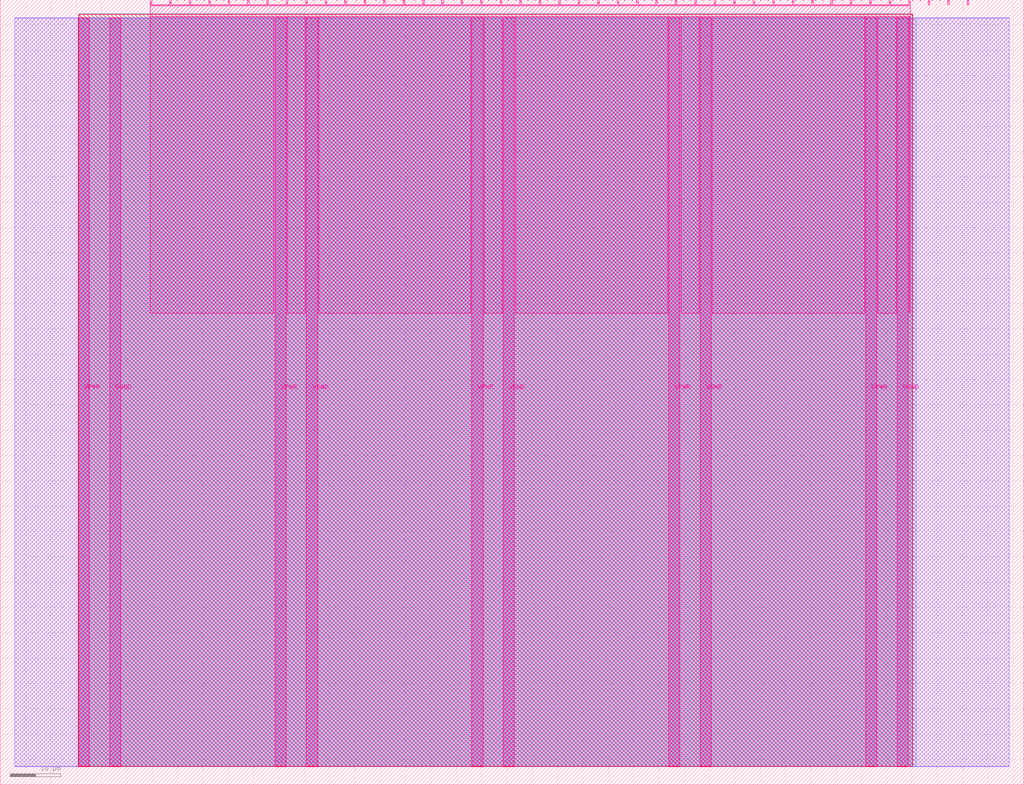
<source format=lef>
VERSION 5.7 ;
  NOWIREEXTENSIONATPIN ON ;
  DIVIDERCHAR "/" ;
  BUSBITCHARS "[]" ;
MACRO tt_um_4x4_array_multiplier_NuKoP
  CLASS BLOCK ;
  FOREIGN tt_um_4x4_array_multiplier_NuKoP ;
  ORIGIN 0.000 0.000 ;
  SIZE 202.080 BY 154.980 ;
  PIN VGND
    DIRECTION INOUT ;
    USE GROUND ;
    PORT
      LAYER Metal5 ;
        RECT 21.580 3.560 23.780 151.420 ;
    END
    PORT
      LAYER Metal5 ;
        RECT 60.450 3.560 62.650 151.420 ;
    END
    PORT
      LAYER Metal5 ;
        RECT 99.320 3.560 101.520 151.420 ;
    END
    PORT
      LAYER Metal5 ;
        RECT 138.190 3.560 140.390 151.420 ;
    END
    PORT
      LAYER Metal5 ;
        RECT 177.060 3.560 179.260 151.420 ;
    END
  END VGND
  PIN VPWR
    DIRECTION INOUT ;
    USE POWER ;
    PORT
      LAYER Metal5 ;
        RECT 15.380 3.560 17.580 151.420 ;
    END
    PORT
      LAYER Metal5 ;
        RECT 54.250 3.560 56.450 151.420 ;
    END
    PORT
      LAYER Metal5 ;
        RECT 93.120 3.560 95.320 151.420 ;
    END
    PORT
      LAYER Metal5 ;
        RECT 131.990 3.560 134.190 151.420 ;
    END
    PORT
      LAYER Metal5 ;
        RECT 170.860 3.560 173.060 151.420 ;
    END
  END VPWR
  PIN clk
    DIRECTION INPUT ;
    USE SIGNAL ;
    PORT
      LAYER Metal5 ;
        RECT 187.050 153.980 187.350 154.980 ;
    END
  END clk
  PIN ena
    DIRECTION INPUT ;
    USE SIGNAL ;
    PORT
      LAYER Metal5 ;
        RECT 190.890 153.980 191.190 154.980 ;
    END
  END ena
  PIN rst_n
    DIRECTION INPUT ;
    USE SIGNAL ;
    PORT
      LAYER Metal5 ;
        RECT 183.210 153.980 183.510 154.980 ;
    END
  END rst_n
  PIN ui_in[0]
    DIRECTION INPUT ;
    USE SIGNAL ;
    ANTENNAGATEAREA 0.213200 ;
    PORT
      LAYER Metal5 ;
        RECT 179.370 153.980 179.670 154.980 ;
    END
  END ui_in[0]
  PIN ui_in[1]
    DIRECTION INPUT ;
    USE SIGNAL ;
    ANTENNAGATEAREA 0.314600 ;
    PORT
      LAYER Metal5 ;
        RECT 175.530 153.980 175.830 154.980 ;
    END
  END ui_in[1]
  PIN ui_in[2]
    DIRECTION INPUT ;
    USE SIGNAL ;
    ANTENNAGATEAREA 0.314600 ;
    PORT
      LAYER Metal5 ;
        RECT 171.690 153.980 171.990 154.980 ;
    END
  END ui_in[2]
  PIN ui_in[3]
    DIRECTION INPUT ;
    USE SIGNAL ;
    ANTENNAGATEAREA 0.213200 ;
    PORT
      LAYER Metal5 ;
        RECT 167.850 153.980 168.150 154.980 ;
    END
  END ui_in[3]
  PIN ui_in[4]
    DIRECTION INPUT ;
    USE SIGNAL ;
    ANTENNAGATEAREA 0.213200 ;
    PORT
      LAYER Metal5 ;
        RECT 164.010 153.980 164.310 154.980 ;
    END
  END ui_in[4]
  PIN ui_in[5]
    DIRECTION INPUT ;
    USE SIGNAL ;
    ANTENNAGATEAREA 0.213200 ;
    PORT
      LAYER Metal5 ;
        RECT 160.170 153.980 160.470 154.980 ;
    END
  END ui_in[5]
  PIN ui_in[6]
    DIRECTION INPUT ;
    USE SIGNAL ;
    ANTENNAGATEAREA 0.213200 ;
    PORT
      LAYER Metal5 ;
        RECT 156.330 153.980 156.630 154.980 ;
    END
  END ui_in[6]
  PIN ui_in[7]
    DIRECTION INPUT ;
    USE SIGNAL ;
    ANTENNAGATEAREA 0.213200 ;
    PORT
      LAYER Metal5 ;
        RECT 152.490 153.980 152.790 154.980 ;
    END
  END ui_in[7]
  PIN uio_in[0]
    DIRECTION INPUT ;
    USE SIGNAL ;
    PORT
      LAYER Metal5 ;
        RECT 148.650 153.980 148.950 154.980 ;
    END
  END uio_in[0]
  PIN uio_in[1]
    DIRECTION INPUT ;
    USE SIGNAL ;
    PORT
      LAYER Metal5 ;
        RECT 144.810 153.980 145.110 154.980 ;
    END
  END uio_in[1]
  PIN uio_in[2]
    DIRECTION INPUT ;
    USE SIGNAL ;
    PORT
      LAYER Metal5 ;
        RECT 140.970 153.980 141.270 154.980 ;
    END
  END uio_in[2]
  PIN uio_in[3]
    DIRECTION INPUT ;
    USE SIGNAL ;
    PORT
      LAYER Metal5 ;
        RECT 137.130 153.980 137.430 154.980 ;
    END
  END uio_in[3]
  PIN uio_in[4]
    DIRECTION INPUT ;
    USE SIGNAL ;
    PORT
      LAYER Metal5 ;
        RECT 133.290 153.980 133.590 154.980 ;
    END
  END uio_in[4]
  PIN uio_in[5]
    DIRECTION INPUT ;
    USE SIGNAL ;
    PORT
      LAYER Metal5 ;
        RECT 129.450 153.980 129.750 154.980 ;
    END
  END uio_in[5]
  PIN uio_in[6]
    DIRECTION INPUT ;
    USE SIGNAL ;
    PORT
      LAYER Metal5 ;
        RECT 125.610 153.980 125.910 154.980 ;
    END
  END uio_in[6]
  PIN uio_in[7]
    DIRECTION INPUT ;
    USE SIGNAL ;
    PORT
      LAYER Metal5 ;
        RECT 121.770 153.980 122.070 154.980 ;
    END
  END uio_in[7]
  PIN uio_oe[0]
    DIRECTION OUTPUT ;
    USE SIGNAL ;
    ANTENNADIFFAREA 0.299200 ;
    PORT
      LAYER Metal5 ;
        RECT 56.490 153.980 56.790 154.980 ;
    END
  END uio_oe[0]
  PIN uio_oe[1]
    DIRECTION OUTPUT ;
    USE SIGNAL ;
    ANTENNADIFFAREA 0.299200 ;
    PORT
      LAYER Metal5 ;
        RECT 52.650 153.980 52.950 154.980 ;
    END
  END uio_oe[1]
  PIN uio_oe[2]
    DIRECTION OUTPUT ;
    USE SIGNAL ;
    ANTENNADIFFAREA 0.299200 ;
    PORT
      LAYER Metal5 ;
        RECT 48.810 153.980 49.110 154.980 ;
    END
  END uio_oe[2]
  PIN uio_oe[3]
    DIRECTION OUTPUT ;
    USE SIGNAL ;
    ANTENNADIFFAREA 0.299200 ;
    PORT
      LAYER Metal5 ;
        RECT 44.970 153.980 45.270 154.980 ;
    END
  END uio_oe[3]
  PIN uio_oe[4]
    DIRECTION OUTPUT ;
    USE SIGNAL ;
    ANTENNADIFFAREA 0.299200 ;
    PORT
      LAYER Metal5 ;
        RECT 41.130 153.980 41.430 154.980 ;
    END
  END uio_oe[4]
  PIN uio_oe[5]
    DIRECTION OUTPUT ;
    USE SIGNAL ;
    ANTENNADIFFAREA 0.299200 ;
    PORT
      LAYER Metal5 ;
        RECT 37.290 153.980 37.590 154.980 ;
    END
  END uio_oe[5]
  PIN uio_oe[6]
    DIRECTION OUTPUT ;
    USE SIGNAL ;
    ANTENNADIFFAREA 0.299200 ;
    PORT
      LAYER Metal5 ;
        RECT 33.450 153.980 33.750 154.980 ;
    END
  END uio_oe[6]
  PIN uio_oe[7]
    DIRECTION OUTPUT ;
    USE SIGNAL ;
    ANTENNADIFFAREA 0.299200 ;
    PORT
      LAYER Metal5 ;
        RECT 29.610 153.980 29.910 154.980 ;
    END
  END uio_oe[7]
  PIN uio_out[0]
    DIRECTION OUTPUT ;
    USE SIGNAL ;
    ANTENNADIFFAREA 0.299200 ;
    PORT
      LAYER Metal5 ;
        RECT 87.210 153.980 87.510 154.980 ;
    END
  END uio_out[0]
  PIN uio_out[1]
    DIRECTION OUTPUT ;
    USE SIGNAL ;
    ANTENNADIFFAREA 0.299200 ;
    PORT
      LAYER Metal5 ;
        RECT 83.370 153.980 83.670 154.980 ;
    END
  END uio_out[1]
  PIN uio_out[2]
    DIRECTION OUTPUT ;
    USE SIGNAL ;
    ANTENNADIFFAREA 0.299200 ;
    PORT
      LAYER Metal5 ;
        RECT 79.530 153.980 79.830 154.980 ;
    END
  END uio_out[2]
  PIN uio_out[3]
    DIRECTION OUTPUT ;
    USE SIGNAL ;
    ANTENNADIFFAREA 0.299200 ;
    PORT
      LAYER Metal5 ;
        RECT 75.690 153.980 75.990 154.980 ;
    END
  END uio_out[3]
  PIN uio_out[4]
    DIRECTION OUTPUT ;
    USE SIGNAL ;
    ANTENNADIFFAREA 0.299200 ;
    PORT
      LAYER Metal5 ;
        RECT 71.850 153.980 72.150 154.980 ;
    END
  END uio_out[4]
  PIN uio_out[5]
    DIRECTION OUTPUT ;
    USE SIGNAL ;
    ANTENNADIFFAREA 0.299200 ;
    PORT
      LAYER Metal5 ;
        RECT 68.010 153.980 68.310 154.980 ;
    END
  END uio_out[5]
  PIN uio_out[6]
    DIRECTION OUTPUT ;
    USE SIGNAL ;
    ANTENNADIFFAREA 0.299200 ;
    PORT
      LAYER Metal5 ;
        RECT 64.170 153.980 64.470 154.980 ;
    END
  END uio_out[6]
  PIN uio_out[7]
    DIRECTION OUTPUT ;
    USE SIGNAL ;
    ANTENNADIFFAREA 0.299200 ;
    PORT
      LAYER Metal5 ;
        RECT 60.330 153.980 60.630 154.980 ;
    END
  END uio_out[7]
  PIN uo_out[0]
    DIRECTION OUTPUT ;
    USE SIGNAL ;
    ANTENNADIFFAREA 0.654800 ;
    PORT
      LAYER Metal5 ;
        RECT 117.930 153.980 118.230 154.980 ;
    END
  END uo_out[0]
  PIN uo_out[1]
    DIRECTION OUTPUT ;
    USE SIGNAL ;
    ANTENNADIFFAREA 0.654800 ;
    PORT
      LAYER Metal5 ;
        RECT 114.090 153.980 114.390 154.980 ;
    END
  END uo_out[1]
  PIN uo_out[2]
    DIRECTION OUTPUT ;
    USE SIGNAL ;
    ANTENNADIFFAREA 0.654800 ;
    PORT
      LAYER Metal5 ;
        RECT 110.250 153.980 110.550 154.980 ;
    END
  END uo_out[2]
  PIN uo_out[3]
    DIRECTION OUTPUT ;
    USE SIGNAL ;
    ANTENNADIFFAREA 0.706800 ;
    PORT
      LAYER Metal5 ;
        RECT 106.410 153.980 106.710 154.980 ;
    END
  END uo_out[3]
  PIN uo_out[4]
    DIRECTION OUTPUT ;
    USE SIGNAL ;
    ANTENNADIFFAREA 0.654800 ;
    PORT
      LAYER Metal5 ;
        RECT 102.570 153.980 102.870 154.980 ;
    END
  END uo_out[4]
  PIN uo_out[5]
    DIRECTION OUTPUT ;
    USE SIGNAL ;
    ANTENNADIFFAREA 0.654800 ;
    PORT
      LAYER Metal5 ;
        RECT 98.730 153.980 99.030 154.980 ;
    END
  END uo_out[5]
  PIN uo_out[6]
    DIRECTION OUTPUT ;
    USE SIGNAL ;
    ANTENNADIFFAREA 0.654800 ;
    PORT
      LAYER Metal5 ;
        RECT 94.890 153.980 95.190 154.980 ;
    END
  END uo_out[6]
  PIN uo_out[7]
    DIRECTION OUTPUT ;
    USE SIGNAL ;
    ANTENNADIFFAREA 0.654800 ;
    PORT
      LAYER Metal5 ;
        RECT 91.050 153.980 91.350 154.980 ;
    END
  END uo_out[7]
  OBS
      LAYER GatPoly ;
        RECT 2.880 3.630 199.200 151.350 ;
      LAYER Metal1 ;
        RECT 2.880 3.560 199.200 151.420 ;
      LAYER Metal2 ;
        RECT 15.515 3.680 180.865 151.300 ;
      LAYER Metal3 ;
        RECT 15.560 3.635 180.100 152.185 ;
      LAYER Metal4 ;
        RECT 15.515 3.680 180.145 152.140 ;
      LAYER Metal5 ;
        RECT 30.120 153.770 33.240 153.980 ;
        RECT 33.960 153.770 37.080 153.980 ;
        RECT 37.800 153.770 40.920 153.980 ;
        RECT 41.640 153.770 44.760 153.980 ;
        RECT 45.480 153.770 48.600 153.980 ;
        RECT 49.320 153.770 52.440 153.980 ;
        RECT 53.160 153.770 56.280 153.980 ;
        RECT 57.000 153.770 60.120 153.980 ;
        RECT 60.840 153.770 63.960 153.980 ;
        RECT 64.680 153.770 67.800 153.980 ;
        RECT 68.520 153.770 71.640 153.980 ;
        RECT 72.360 153.770 75.480 153.980 ;
        RECT 76.200 153.770 79.320 153.980 ;
        RECT 80.040 153.770 83.160 153.980 ;
        RECT 83.880 153.770 87.000 153.980 ;
        RECT 87.720 153.770 90.840 153.980 ;
        RECT 91.560 153.770 94.680 153.980 ;
        RECT 95.400 153.770 98.520 153.980 ;
        RECT 99.240 153.770 102.360 153.980 ;
        RECT 103.080 153.770 106.200 153.980 ;
        RECT 106.920 153.770 110.040 153.980 ;
        RECT 110.760 153.770 113.880 153.980 ;
        RECT 114.600 153.770 117.720 153.980 ;
        RECT 118.440 153.770 121.560 153.980 ;
        RECT 122.280 153.770 125.400 153.980 ;
        RECT 126.120 153.770 129.240 153.980 ;
        RECT 129.960 153.770 133.080 153.980 ;
        RECT 133.800 153.770 136.920 153.980 ;
        RECT 137.640 153.770 140.760 153.980 ;
        RECT 141.480 153.770 144.600 153.980 ;
        RECT 145.320 153.770 148.440 153.980 ;
        RECT 149.160 153.770 152.280 153.980 ;
        RECT 153.000 153.770 156.120 153.980 ;
        RECT 156.840 153.770 159.960 153.980 ;
        RECT 160.680 153.770 163.800 153.980 ;
        RECT 164.520 153.770 167.640 153.980 ;
        RECT 168.360 153.770 171.480 153.980 ;
        RECT 172.200 153.770 175.320 153.980 ;
        RECT 176.040 153.770 179.160 153.980 ;
        RECT 29.660 151.630 179.620 153.770 ;
        RECT 29.660 93.095 54.040 151.630 ;
        RECT 56.660 93.095 60.240 151.630 ;
        RECT 62.860 93.095 92.910 151.630 ;
        RECT 95.530 93.095 99.110 151.630 ;
        RECT 101.730 93.095 131.780 151.630 ;
        RECT 134.400 93.095 137.980 151.630 ;
        RECT 140.600 93.095 170.650 151.630 ;
        RECT 173.270 93.095 176.850 151.630 ;
        RECT 179.470 93.095 179.620 151.630 ;
  END
END tt_um_4x4_array_multiplier_NuKoP
END LIBRARY


</source>
